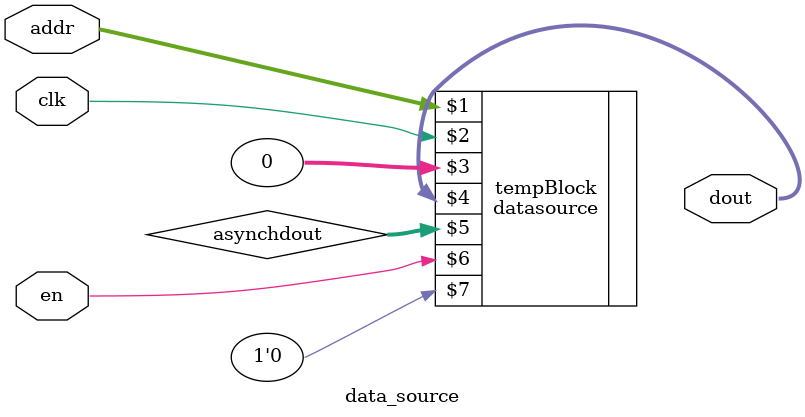
<source format=v>
module data_source(addr, en, clk, dout);

  input [10:0] addr; // can reference mem address 0 to 2047
  input en;
  input clk;
  output [31:0] dout;



  // we do not write to data source, therefore just set din=32'b0
  // and we=1'b0 in ramblock2048b(addr, clk, din, dout, asynchdout, 1, we);

	`ifdef synthesis
			//datasource(addr,clk,di,en,rst,we,do);
			datasource tempBlock(.addr(addr), .clk(clk), .di(32'b0), .en(en), .rst(1'b0), .we(1'b0), .do(dout));

	`else
		  wire [31 : 0] asynchdout;
		  datasource tempBlock(addr, clk, 32'b0, dout, asynchdout, en, 1'b0);

		  // ramblock port list
		  // ramblock2048b tempBlock(.addr(addr), .clk(clk), .din(din), .dout2(dout), 
		  //				    .en(1), .we(we));



		  //----------EDIT MEMORY INITIALIZATION FILE HERE---------------------
		  defparam tempBlock.inputFile = "datasource.contents";
		  //---------- if you want to have this mem block initialize with the
		  //---------- initialization file, set noInitVector to 0, else the mem
		  //---------- block will initialize to all 0 values.
		  defparam tempBlock.noInitVector = 0;
		  //-------------------------------------------------------------------
	`endif

endmodule

</source>
